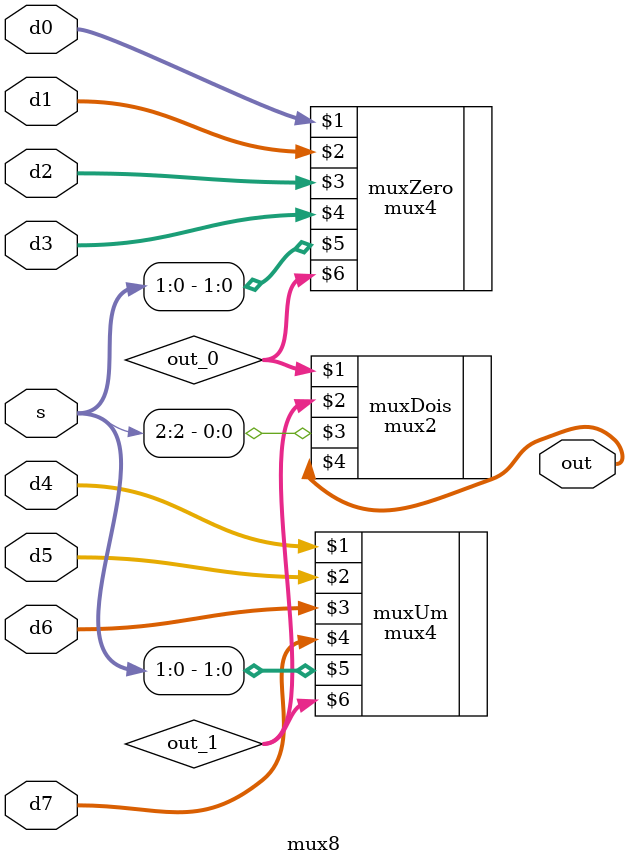
<source format=sv>
module mux8 (d0, d1, d2, d3, d4, d5, d6, d7, s, out);
	
	input logic[31:0] d0, d1, d2, d3, d4, d5, d6, d7;
	input logic [2:0] s;
	output logic [31:0] out;
	
	logic[31:0] out_0, out_1; 
	
	mux4 muxZero(d0, d1, d2, d3, s[1:0], out_0);
	mux4 muxUm(d4, d5, d6, d7, s[1:0], out_1);
	mux2 muxDois(out_0, out_1, s[2], out);
	
endmodule 
</source>
